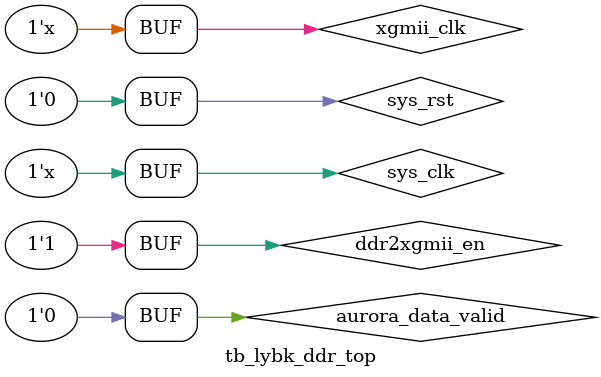
<source format=v>
`timescale 1ns / 1ps


module tb_lybk_ddr_top();

reg              sys_rst;//异步复位
reg              sys_clk;
reg              xgmii_clk;
wire             ddr_user_clk;
reg     [63:0]   aurora_data;
reg              aurora_data_valid;
reg              ddr2xgmii_en;
wire    [63:0]   xgmii_data;
wire             xgmii_data_valid;

wire    [511:0]  u_wdf_data;//从fifo读出的数据
wire    [511:0]  u_rd_data;//从ddr的读出数据
wire             c0_ddr4_act_n;//控制A[14:16]的复用 全
wire    [16:0]   c0_ddr4_adr;//17位地址
wire    [1:0]    c0_ddr4_ba;//DDR 的Bank寻址
wire             c0_ddr4_bg;
wire             c0_ddr4_cke;//DDR的时钟使能
wire             c0_ddr4_odt;//控制片上终端电阻
wire             c0_ddr4_cs_n;//FPGA输出的DDR片选使能
wire             c0_ddr4_ck_t;
wire             c0_ddr4_ck_c;     
wire             c0_ddr4_reset_n; 

wire   [7:0]     c0_ddr4_dm_dbi_n;
wire   [63:0]    c0_ddr4_dq;      
wire   [7:0]     c0_ddr4_dqs_t;   
wire   [7:0]     c0_ddr4_dqs_c;

wire   ddr_reset_finish;
wire   u_rst;
reg    aurora_valid_r;
reg    ddr2xgmii_en_r;
initial begin
	sys_rst <= 0;
	sys_clk <= 0;
	xgmii_clk <= 0;
	aurora_data_valid <= 0;
    #200;
    sys_rst <= 1;
    #100;
    sys_rst <= 0;
    #8000;
    aurora_data_valid <= 1;
    #10000;
    aurora_data_valid <= 0;
end

initial begin
  ddr2xgmii_en <= 0; 
  #11000;
	ddr2xgmii_en <= 0;
	#1000;
	ddr2xgmii_en <= 1;
	#1000;
	ddr2xgmii_en <= 0;
	#200;
	ddr2xgmii_en <= 1;
	#2000;
	ddr2xgmii_en <= 0;
    #100;
    ddr2xgmii_en <= 1;
end

always #1.659 sys_clk = ~sys_clk;
always #5     xgmii_clk = ~xgmii_clk;

always @(posedge ddr_user_clk)
    if (ddr_reset_finish) begin
        aurora_valid_r <= aurora_data_valid; 	
    end else begin
    	aurora_valid_r <= 0;
    end
   
always @(posedge xgmii_clk)
    if (ddr_reset_finish) begin
        ddr2xgmii_en_r <= ddr2xgmii_en;
    end else begin
    	ddr2xgmii_en_r <= 0;
    end

always @(posedge ddr_user_clk)
    if (aurora_valid_r) begin
       aurora_data <= aurora_data + 1;
    end else begin
       aurora_data <= 0;	
    end

lybk_ddr_top lybk_ddr_top_inst(
      .sys_rst(sys_rst),//异步复位ddr
      .c0_sys_clk_p(sys_clk),//系统的300MHz差分时钟，来自zcu 102 SI570
      .c0_sys_clk_n(~sys_clk),
      .xgmii_clk(xgmii_clk), //万兆网端口时钟 100M
      .ddr_user_clk(ddr_user_clk),
      .u_rst(u_rst),
      .ddr_reset_finish(ddr_reset_finish),
//---------//
      .aurora_data(aurora_data),
      .aurora_data_valid(aurora_valid_r),
      .ddr2xgmii_en(ddr2xgmii_en_r),
      .xgmii_data(xgmii_data),
      .xgmii_data_valid(xgmii_data_valid),
//-------//

      .c0_ddr4_act_n(c0_ddr4_act_n),//控制A[14:16]的复用 全为高时作为地址，全为0时复用为WE、CAS、RAS；
      .c0_ddr4_adr(c0_ddr4_adr),//17位地址
      .c0_ddr4_ba(c0_ddr4_ba),//DDR 的Bank寻址
      .c0_ddr4_bg(c0_ddr4_bg),
      .c0_ddr4_cke(c0_ddr4_cke),//DDR的时钟使能
      .c0_ddr4_odt(c0_ddr4_odt),//控制片上终端电阻
      .c0_ddr4_cs_n(c0_ddr4_cs_n),//FPGA输出的DDR片选使能
      .c0_ddr4_ck_t(c0_ddr4_ck_t),
      .c0_ddr4_ck_c(c0_ddr4_ck_c),     
      .c0_ddr4_reset_n(c0_ddr4_reset_n), 
       
      .c0_ddr4_dm_dbi_n(c0_ddr4_dm_dbi_n),   
      .c0_ddr4_dq(c0_ddr4_dq),        
      .c0_ddr4_dqs_t(c0_ddr4_dqs_t),     
      .c0_ddr4_dqs_c(c0_ddr4_dqs_c) 
    );
endmodule

</source>
